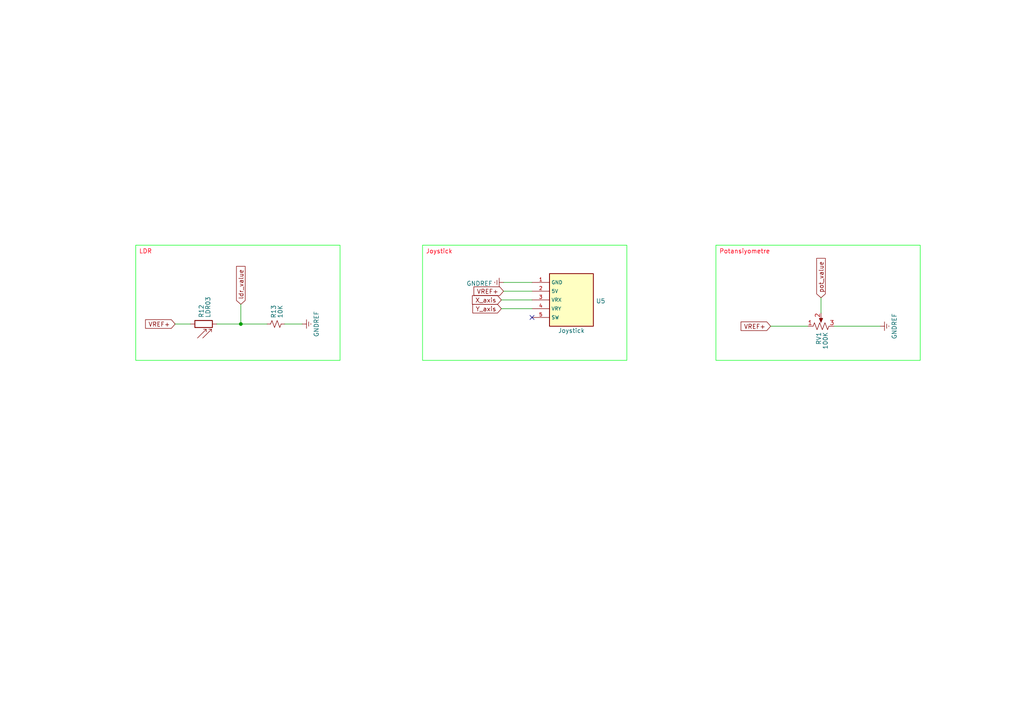
<source format=kicad_sch>
(kicad_sch (version 20230121) (generator eeschema)
  (paper "A4")
  (lib_symbols
    (symbol "Device:R_Potentiometer_US" (pin_names (offset 1.016) hide)
      (property "Reference" "RV" (at -4.445 0 90))
      (property "Value" "R_Potentiometer_US" (at -2.54 0 90))
      (symbol "R_Potentiometer_US_0_1"
        (polyline (pts (xy 0 -2.286) (xy 0 -2.54)))
        (polyline (pts (xy 0 2.54) (xy 0 2.286)))
        (polyline (pts (xy 2.54 0) (xy 1.524 0)))
        (polyline (pts (xy 1.143 0) (xy 2.286 0.508) (xy 2.286 -0.508) (xy 1.143 0)) (fill (type outline)))
        (polyline (pts (xy 0 -0.762) (xy 1.016 -1.143) (xy 0 -1.524) (xy -1.016 -1.905) (xy 0 -2.286)))
        (polyline (pts (xy 0 0.762) (xy 1.016 0.381) (xy 0 0) (xy -1.016 -0.381) (xy 0 -0.762)))
        (polyline (pts (xy 0 2.286) (xy 1.016 1.905) (xy 0 1.524) (xy -1.016 1.143) (xy 0 0.762)))
      )
      (symbol "R_Potentiometer_US_1_1"
        (pin passive line (at 0 3.81 270) (length 1.27) (name "1") (number "1"))
        (pin passive line (at 3.81 0 180) (length 1.27) (name "2") (number "2"))
        (pin passive line (at 0 -3.81 90) (length 1.27) (name "3") (number "3"))
      )
    )
    (symbol "Device:R_Small_US" (pin_numbers hide) (pin_names (offset 0.254) hide)
      (property "Reference" "R" (at 0.762 0.508 0))
      (property "Value" "R_Small_US" (at 0.762 -1.016 0))
      (symbol "R_Small_US_1_1"
        (polyline (pts (xy 0 0) (xy 1.016 -0.381) (xy 0 -0.762) (xy -1.016 -1.143) (xy 0 -1.524)))
        (polyline (pts (xy 0 1.524) (xy 1.016 1.143) (xy 0 0.762) (xy -1.016 0.381) (xy 0 0)))
        (pin passive line (at 0 2.54 270) (length 1.016) (name "~") (number "1"))
        (pin passive line (at 0 -2.54 90) (length 1.016) (name "~") (number "2"))
      )
    )
    (symbol "New_Library:Joystick"
      (property "Reference" "U?" (at 5.08 -7.62 0))
      (symbol "Joystick_0_0"
        (rectangle (start -6.35 8.89) (end 6.35 -6.35) (stroke (width 0.254)) (fill (type background)))
        (pin power_in line (at -11.43 6.35 0) (length 5.08) (name "GND") (number "1"))
        (pin power_in line (at -11.43 3.81 0) (length 5.08) (name "5V") (number "2"))
        (pin bidirectional line (at -11.43 1.27 0) (length 5.08) (name "VRX") (number "3"))
        (pin bidirectional line (at -11.43 -1.27 0) (length 5.08) (name "VRY") (number "4"))
        (pin output line (at -11.43 -3.81 0) (length 5.08) (name "SW") (number "5"))
      )
    )
    (symbol "Sensor_Optical:LDR03" (pin_numbers hide) (pin_names (offset 0))
      (property "Reference" "R" (at -5.08 0 90))
      (property "Value" "LDR03" (at 1.905 0 90))
      (symbol "LDR03_0_1"
        (rectangle (start -1.016 2.54) (end 1.016 -2.54) (stroke (width 0.254)))
        (polyline (pts (xy -1.524 -2.286) (xy -4.064 0.254)))
        (polyline (pts (xy -1.524 -2.286) (xy -2.286 -2.286)))
        (polyline (pts (xy -1.524 -2.286) (xy -1.524 -1.524)))
        (polyline (pts (xy -1.524 -0.762) (xy -4.064 1.778)))
        (polyline (pts (xy -1.524 -0.762) (xy -2.286 -0.762)))
        (polyline (pts (xy -1.524 -0.762) (xy -1.524 0)))
      )
      (symbol "LDR03_1_1"
        (pin passive line (at 0 3.81 270) (length 1.27) (name "~") (number "1"))
        (pin passive line (at 0 -3.81 90) (length 1.27) (name "~") (number "2"))
      )
    )
    (symbol "power:GNDREF" (power) (pin_names (offset 0))
      (property "Value" "GNDREF" (at 0 -3.81 0))
      (symbol "GNDREF_0_1"
        (polyline (pts (xy -0.635 -1.905) (xy 0.635 -1.905)))
        (polyline (pts (xy -0.127 -2.54) (xy 0.127 -2.54)))
        (polyline (pts (xy 0 -1.27) (xy 0 0)))
        (polyline (pts (xy 1.27 -1.27) (xy -1.27 -1.27)))
      )
      (symbol "GNDREF_1_1"
        (pin power_in line (at 0 0 270) (length 0) hide (name "GNDREF") (number "1"))
      )
    )
  )
  (junction (at 69.85 93.98))
  (no_connect (at 154.305 92.075))
  (wire (pts (xy 241.935 94.615) (xy 255.27 94.615)))
  (wire (pts (xy 82.55 93.98) (xy 87.63 93.98)))
  (wire (pts (xy 69.85 93.98) (xy 62.865 93.98)))
  (wire (pts (xy 238.125 86.36) (xy 238.125 90.805)))
  (wire (pts (xy 77.47 93.98) (xy 69.85 93.98)))
  (wire (pts (xy 50.8 93.98) (xy 55.245 93.98)))
  (wire (pts (xy 146.05 84.455) (xy 154.305 84.455)))
  (wire (pts (xy 146.05 81.915) (xy 154.305 81.915)))
  (wire (pts (xy 145.415 86.995) (xy 154.305 86.995)))
  (wire (pts (xy 145.415 89.535) (xy 154.305 89.535)))
  (wire (pts (xy 223.52 94.615) (xy 234.315 94.615)))
  (wire (pts (xy 69.85 93.98) (xy 69.85 88.265)))
  (text_box "Potansiyometre\n" (at 207.645 71.12 0) (size 59.2582 33.401) (stroke (width 0) (color 0 255 24 1)) (effects (font (size 1.27 1.27)) (justify left top)))
  (text_box "LDR\n\n" (at 39.37 71.12 0) (size 59.2582 33.401) (stroke (width 0) (color 0 255 24 1)) (effects (font (size 1.27 1.27)) (justify left top)))
  (text_box "Joystick\n" (at 122.555 71.12 0) (size 59.2582 33.401) (stroke (width 0) (color 0 255 24 1)) (effects (font (size 1.27 1.27)) (justify left top)))
  (global_label "X_axis" (shape input) (at 145.415 86.995 180) (property "Intersheetrefs" "${INTERSHEET_REFS}" (effects hide)))
  (global_label "VREF+" (shape input) (at 146.05 84.455 180) (property "Intersheetrefs" "${INTERSHEET_REFS}" (effects hide)))
  (global_label "VREF+" (shape input) (at 223.52 94.615 180) (property "Intersheetrefs" "${INTERSHEET_REFS}" (effects hide)))
  (global_label "VREF+" (shape input) (at 50.8 93.98 180) (property "Intersheetrefs" "${INTERSHEET_REFS}" (effects hide)))
  (global_label "pot_value" (shape input) (at 238.125 86.36 90) (property "Intersheetrefs" "${INTERSHEET_REFS}" (effects hide)))
  (global_label "ldr_value" (shape input) (at 69.85 88.265 90) (property "Intersheetrefs" "${INTERSHEET_REFS}" (effects hide)))
  (global_label "Y_axis" (shape input) (at 145.415 89.535 180) (property "Intersheetrefs" "${INTERSHEET_REFS}" (effects hide)))
  (symbol (lib_id "Device:R_Potentiometer_US") (at 238.125 94.615 90) (unit 1)
    (property "Reference" "RV1" (at 237.4813 96.266 0) (effects (justify right)))
    (property "Value" "100K" (at 239.4023 96.266 0) (effects (justify right)))
    (property "Footprint" "User_Footprint:Potansiyometre" (effects hide))
  )
  (symbol (lib_id "Device:R_Small_US") (at 80.01 93.98 90) (unit 1)
    (property "Reference" "R13" (at 79.3663 92.329 0) (effects (justify left)))
    (property "Value" "10K" (at 81.2873 92.329 0) (effects (justify left)))
    (property "Footprint" "Resistor_SMD:R_1206_3216Metric" (effects hide))
  )
  (symbol (lib_id "power:GNDREF") (at 255.27 94.615 90) (unit 1)
    (property "Reference" "#PWR02" (effects hide))
    (property "Value" "GNDREF" (at 259.4055 94.615 0))
    (instances (project "Sistem_Tasarim" (path "" (reference "#PWR02") (unit 1)) (path "" (reference "#PWR02") (unit 1)) (path "" (reference "#PWR034") (unit 1))))
  )
  (symbol (lib_id "Sensor_Optical:LDR03") (at 59.055 93.98 90) (unit 1)
    (property "Reference" "R12" (at 58.4113 92.202 0) (effects (justify left)))
    (property "Value" "LDR03" (at 60.3323 92.202 0) (effects (justify left)))
    (property "Footprint" "OptoDevice:R_LDR_5.0x4.1mm_P3mm_Vertical" (effects hide))
    (property "Datasheet" "http://www.elektronica-componenten.nl/WebRoot/StoreNL/Shops/61422969/54F1/BA0C/C664/31B9/2173/C0A8/2AB9/2AEF/LDR03IMP.pdf" (effects hide))
  )
  (symbol (lib_id "New_Library:Joystick") (at 165.735 88.265 0) (unit 1)
    (property "Reference" "U5" (at 172.847 87.3118 0) (effects (justify left)))
    (property "Value" "Joystick" (at 165.735 95.885 0))
    (property "Footprint" "User_Footprint:Joystick" (effects hide))
  )
  (symbol (lib_id "power:GNDREF") (at 87.63 93.98 90) (unit 1)
    (property "Reference" "#PWR02" (effects hide))
    (property "Value" "GNDREF" (at 91.7655 93.98 0))
    (instances (project "Sistem_Tasarim" (path "" (reference "#PWR02") (unit 1)) (path "" (reference "#PWR02") (unit 1)) (path "" (reference "#PWR038") (unit 1))))
  )
  (symbol (lib_id "power:GNDREF") (at 146.05 81.915 270) (unit 1)
    (property "Reference" "#PWR02" (effects hide))
    (property "Value" "GNDREF" (at 142.8751 82.2318 90) (effects (justify right)))
    (instances (project "Sistem_Tasarim" (path "" (reference "#PWR02") (unit 1)) (path "" (reference "#PWR02") (unit 1)) (path "" (reference "#PWR036") (unit 1))))
  )
)
</source>
